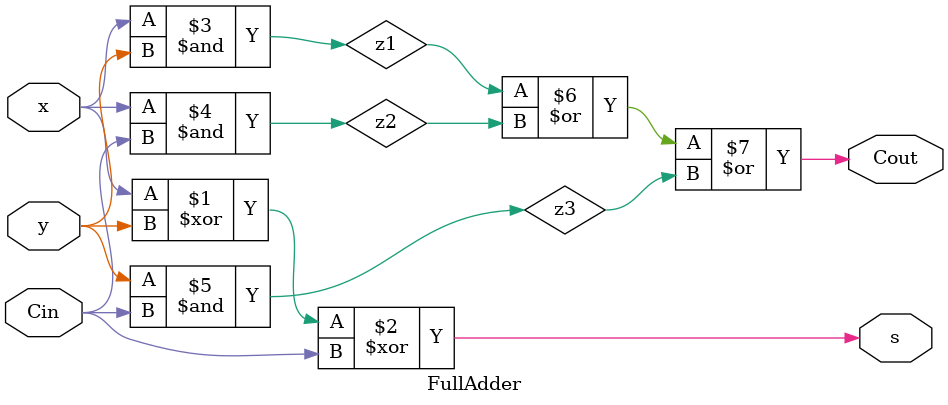
<source format=v>
module FullAdder  (
    Cin,
    x,
    y,
    s,
    Cout
);
    input Cin,x,y;
    output s,Cout;

    xor(s,x,y,Cin);
    and(z1,x,y);
    and(z2,x,Cin); 
    and(z3,y,Cin);    
    or(Cout,z1,z2,z3);
    
endmodule
</source>
